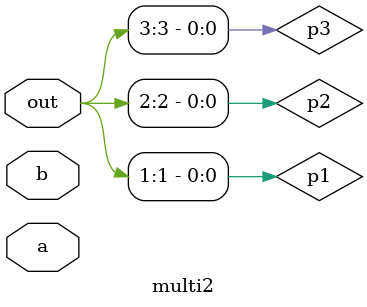
<source format=v>
`timescale 1ns / 1ps


module multi2(
    input [1:0] a,
    input [1:0] b,
    input [3:0] out
    );
    wire p1,p2,p3;
    wire c1,c2;
    
    halfadder ha1(a[0]&b[1],a[1]&b[0],p1,c1);
    halfadder ha2(a[1]&b[1],c1,p2,p3);
    assign out={p3,p2,p1,a[0]&b[0]};
endmodule

</source>
